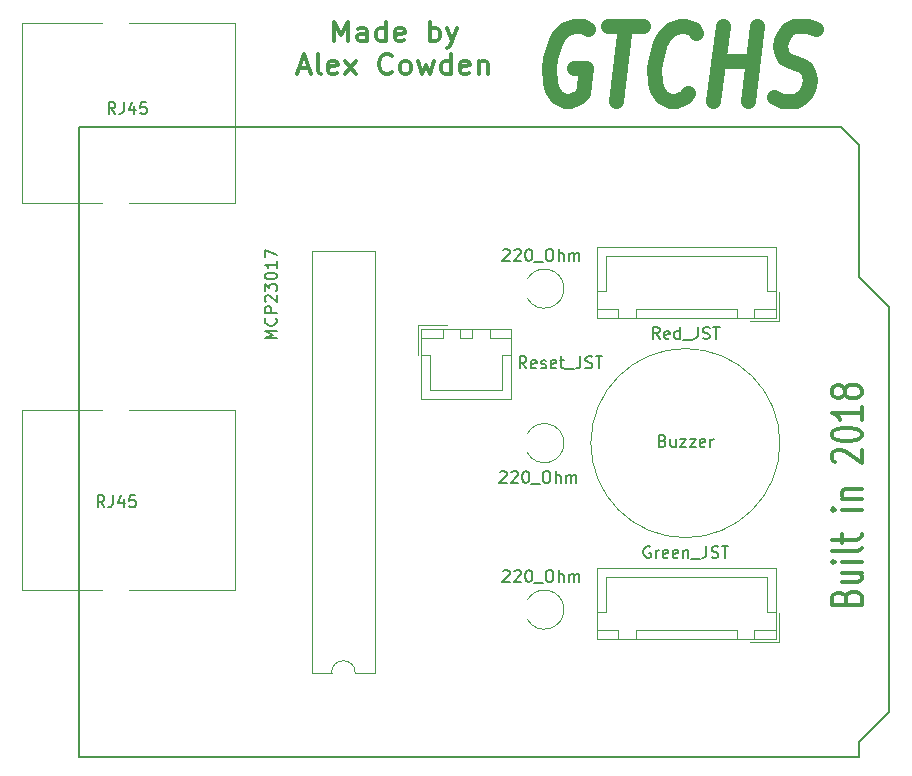
<source format=gto>
G04 #@! TF.FileFunction,Legend,Top*
%FSLAX46Y46*%
G04 Gerber Fmt 4.6, Leading zero omitted, Abs format (unit mm)*
G04 Created by KiCad (PCBNEW 4.0.7) date 09/23/18 17:07:03*
%MOMM*%
%LPD*%
G01*
G04 APERTURE LIST*
%ADD10C,0.100000*%
%ADD11C,0.300000*%
%ADD12C,1.270000*%
%ADD13C,0.150000*%
%ADD14C,0.120000*%
G04 APERTURE END LIST*
D10*
D11*
X97926071Y-101835858D02*
X98047024Y-101563715D01*
X98167976Y-101473000D01*
X98409881Y-101382286D01*
X98772738Y-101382286D01*
X99014643Y-101473000D01*
X99135595Y-101563715D01*
X99256548Y-101745143D01*
X99256548Y-102470858D01*
X96716548Y-102470858D01*
X96716548Y-101835858D01*
X96837500Y-101654429D01*
X96958452Y-101563715D01*
X97200357Y-101473000D01*
X97442262Y-101473000D01*
X97684167Y-101563715D01*
X97805119Y-101654429D01*
X97926071Y-101835858D01*
X97926071Y-102470858D01*
X97563214Y-99749429D02*
X99256548Y-99749429D01*
X97563214Y-100565858D02*
X98893690Y-100565858D01*
X99135595Y-100475143D01*
X99256548Y-100293715D01*
X99256548Y-100021572D01*
X99135595Y-99840143D01*
X99014643Y-99749429D01*
X99256548Y-98842287D02*
X97563214Y-98842287D01*
X96716548Y-98842287D02*
X96837500Y-98933001D01*
X96958452Y-98842287D01*
X96837500Y-98751572D01*
X96716548Y-98842287D01*
X96958452Y-98842287D01*
X99256548Y-97663001D02*
X99135595Y-97844429D01*
X98893690Y-97935144D01*
X96716548Y-97935144D01*
X97563214Y-97209429D02*
X97563214Y-96483715D01*
X96716548Y-96937287D02*
X98893690Y-96937287D01*
X99135595Y-96846572D01*
X99256548Y-96665144D01*
X99256548Y-96483715D01*
X99256548Y-94397287D02*
X97563214Y-94397287D01*
X96716548Y-94397287D02*
X96837500Y-94488001D01*
X96958452Y-94397287D01*
X96837500Y-94306572D01*
X96716548Y-94397287D01*
X96958452Y-94397287D01*
X97563214Y-93490144D02*
X99256548Y-93490144D01*
X97805119Y-93490144D02*
X97684167Y-93399429D01*
X97563214Y-93218001D01*
X97563214Y-92945858D01*
X97684167Y-92764429D01*
X97926071Y-92673715D01*
X99256548Y-92673715D01*
X96958452Y-90405858D02*
X96837500Y-90315144D01*
X96716548Y-90133715D01*
X96716548Y-89680144D01*
X96837500Y-89498715D01*
X96958452Y-89408001D01*
X97200357Y-89317286D01*
X97442262Y-89317286D01*
X97805119Y-89408001D01*
X99256548Y-90496572D01*
X99256548Y-89317286D01*
X96716548Y-88138000D02*
X96716548Y-87956572D01*
X96837500Y-87775143D01*
X96958452Y-87684429D01*
X97200357Y-87593715D01*
X97684167Y-87503000D01*
X98288929Y-87503000D01*
X98772738Y-87593715D01*
X99014643Y-87684429D01*
X99135595Y-87775143D01*
X99256548Y-87956572D01*
X99256548Y-88138000D01*
X99135595Y-88319429D01*
X99014643Y-88410143D01*
X98772738Y-88500858D01*
X98288929Y-88591572D01*
X97684167Y-88591572D01*
X97200357Y-88500858D01*
X96958452Y-88410143D01*
X96837500Y-88319429D01*
X96716548Y-88138000D01*
X99256548Y-85688714D02*
X99256548Y-86777286D01*
X99256548Y-86233000D02*
X96716548Y-86233000D01*
X97079405Y-86414429D01*
X97321310Y-86595857D01*
X97442262Y-86777286D01*
X97805119Y-84600143D02*
X97684167Y-84781571D01*
X97563214Y-84872286D01*
X97321310Y-84963000D01*
X97200357Y-84963000D01*
X96958452Y-84872286D01*
X96837500Y-84781571D01*
X96716548Y-84600143D01*
X96716548Y-84237286D01*
X96837500Y-84055857D01*
X96958452Y-83965143D01*
X97200357Y-83874428D01*
X97321310Y-83874428D01*
X97563214Y-83965143D01*
X97684167Y-84055857D01*
X97805119Y-84237286D01*
X97805119Y-84600143D01*
X97926071Y-84781571D01*
X98047024Y-84872286D01*
X98288929Y-84963000D01*
X98772738Y-84963000D01*
X99014643Y-84872286D01*
X99135595Y-84781571D01*
X99256548Y-84600143D01*
X99256548Y-84237286D01*
X99135595Y-84055857D01*
X99014643Y-83965143D01*
X98772738Y-83874428D01*
X98288929Y-83874428D01*
X98047024Y-83965143D01*
X97926071Y-84055857D01*
X97805119Y-84237286D01*
X54567666Y-54730631D02*
X54567666Y-53079631D01*
X55160333Y-54258917D01*
X55753000Y-53079631D01*
X55753000Y-54730631D01*
X57361666Y-54730631D02*
X57361666Y-53865821D01*
X57277000Y-53708583D01*
X57107666Y-53629964D01*
X56769000Y-53629964D01*
X56599666Y-53708583D01*
X57361666Y-54652012D02*
X57192333Y-54730631D01*
X56769000Y-54730631D01*
X56599666Y-54652012D01*
X56515000Y-54494774D01*
X56515000Y-54337536D01*
X56599666Y-54180298D01*
X56769000Y-54101679D01*
X57192333Y-54101679D01*
X57361666Y-54023060D01*
X58970333Y-54730631D02*
X58970333Y-53079631D01*
X58970333Y-54652012D02*
X58801000Y-54730631D01*
X58462333Y-54730631D01*
X58293000Y-54652012D01*
X58208333Y-54573393D01*
X58123667Y-54416155D01*
X58123667Y-53944440D01*
X58208333Y-53787202D01*
X58293000Y-53708583D01*
X58462333Y-53629964D01*
X58801000Y-53629964D01*
X58970333Y-53708583D01*
X60494334Y-54652012D02*
X60325000Y-54730631D01*
X59986334Y-54730631D01*
X59817000Y-54652012D01*
X59732334Y-54494774D01*
X59732334Y-53865821D01*
X59817000Y-53708583D01*
X59986334Y-53629964D01*
X60325000Y-53629964D01*
X60494334Y-53708583D01*
X60579000Y-53865821D01*
X60579000Y-54023060D01*
X59732334Y-54180298D01*
X62695667Y-54730631D02*
X62695667Y-53079631D01*
X62695667Y-53708583D02*
X62865001Y-53629964D01*
X63203667Y-53629964D01*
X63373001Y-53708583D01*
X63457667Y-53787202D01*
X63542334Y-53944440D01*
X63542334Y-54416155D01*
X63457667Y-54573393D01*
X63373001Y-54652012D01*
X63203667Y-54730631D01*
X62865001Y-54730631D01*
X62695667Y-54652012D01*
X64135001Y-53629964D02*
X64558334Y-54730631D01*
X64981668Y-53629964D02*
X64558334Y-54730631D01*
X64389001Y-55123726D01*
X64304334Y-55202345D01*
X64135001Y-55280964D01*
X51646667Y-57035417D02*
X52493333Y-57035417D01*
X51477333Y-57507131D02*
X52070000Y-55856131D01*
X52662667Y-57507131D01*
X53509333Y-57507131D02*
X53340000Y-57428512D01*
X53255333Y-57271274D01*
X53255333Y-55856131D01*
X54864000Y-57428512D02*
X54694666Y-57507131D01*
X54356000Y-57507131D01*
X54186666Y-57428512D01*
X54102000Y-57271274D01*
X54102000Y-56642321D01*
X54186666Y-56485083D01*
X54356000Y-56406464D01*
X54694666Y-56406464D01*
X54864000Y-56485083D01*
X54948666Y-56642321D01*
X54948666Y-56799560D01*
X54102000Y-56956798D01*
X55541333Y-57507131D02*
X56472666Y-56406464D01*
X55541333Y-56406464D02*
X56472666Y-57507131D01*
X59520666Y-57349893D02*
X59436000Y-57428512D01*
X59182000Y-57507131D01*
X59012666Y-57507131D01*
X58758666Y-57428512D01*
X58589333Y-57271274D01*
X58504666Y-57114036D01*
X58420000Y-56799560D01*
X58420000Y-56563702D01*
X58504666Y-56249226D01*
X58589333Y-56091988D01*
X58758666Y-55934750D01*
X59012666Y-55856131D01*
X59182000Y-55856131D01*
X59436000Y-55934750D01*
X59520666Y-56013369D01*
X60536666Y-57507131D02*
X60367333Y-57428512D01*
X60282666Y-57349893D01*
X60198000Y-57192655D01*
X60198000Y-56720940D01*
X60282666Y-56563702D01*
X60367333Y-56485083D01*
X60536666Y-56406464D01*
X60790666Y-56406464D01*
X60960000Y-56485083D01*
X61044666Y-56563702D01*
X61129333Y-56720940D01*
X61129333Y-57192655D01*
X61044666Y-57349893D01*
X60960000Y-57428512D01*
X60790666Y-57507131D01*
X60536666Y-57507131D01*
X61722000Y-56406464D02*
X62060667Y-57507131D01*
X62399333Y-56720940D01*
X62738000Y-57507131D01*
X63076667Y-56406464D01*
X64516000Y-57507131D02*
X64516000Y-55856131D01*
X64516000Y-57428512D02*
X64346667Y-57507131D01*
X64008000Y-57507131D01*
X63838667Y-57428512D01*
X63754000Y-57349893D01*
X63669334Y-57192655D01*
X63669334Y-56720940D01*
X63754000Y-56563702D01*
X63838667Y-56485083D01*
X64008000Y-56406464D01*
X64346667Y-56406464D01*
X64516000Y-56485083D01*
X66040001Y-57428512D02*
X65870667Y-57507131D01*
X65532001Y-57507131D01*
X65362667Y-57428512D01*
X65278001Y-57271274D01*
X65278001Y-56642321D01*
X65362667Y-56485083D01*
X65532001Y-56406464D01*
X65870667Y-56406464D01*
X66040001Y-56485083D01*
X66124667Y-56642321D01*
X66124667Y-56799560D01*
X65278001Y-56956798D01*
X66886667Y-56406464D02*
X66886667Y-57507131D01*
X66886667Y-56563702D02*
X66971334Y-56485083D01*
X67140667Y-56406464D01*
X67394667Y-56406464D01*
X67564001Y-56485083D01*
X67648667Y-56642321D01*
X67648667Y-57507131D01*
D12*
X76071488Y-53721000D02*
X75625477Y-53418619D01*
X74899762Y-53418619D01*
X74136250Y-53721000D01*
X73576846Y-54325762D01*
X73259346Y-54930524D01*
X72866250Y-56140048D01*
X72752857Y-57047190D01*
X72843572Y-58256714D01*
X73009882Y-58861476D01*
X73418095Y-59466238D01*
X74106012Y-59768619D01*
X74589822Y-59768619D01*
X75353333Y-59466238D01*
X75633036Y-59163857D01*
X75897619Y-57047190D01*
X74930000Y-57047190D01*
X77802620Y-53418619D02*
X80705477Y-53418619D01*
X78460298Y-59768619D02*
X79254048Y-53418619D01*
X84583512Y-59163857D02*
X84303809Y-59466238D01*
X83540298Y-59768619D01*
X83056488Y-59768619D01*
X82368571Y-59466238D01*
X81960358Y-58861476D01*
X81794048Y-58256714D01*
X81703333Y-57047190D01*
X81816726Y-56140048D01*
X82209822Y-54930524D01*
X82527322Y-54325762D01*
X83086726Y-53721000D01*
X83850238Y-53418619D01*
X84334048Y-53418619D01*
X85021964Y-53721000D01*
X85226071Y-54023381D01*
X86685060Y-59768619D02*
X87478810Y-53418619D01*
X87100833Y-56442429D02*
X90003690Y-56442429D01*
X89587917Y-59768619D02*
X90381667Y-53418619D01*
X91802857Y-59466238D02*
X92490774Y-59768619D01*
X93700298Y-59768619D01*
X94221905Y-59466238D01*
X94501607Y-59163857D01*
X94819107Y-58559095D01*
X94894702Y-57954333D01*
X94728393Y-57349571D01*
X94524286Y-57047190D01*
X94078274Y-56744810D01*
X93148452Y-56442429D01*
X92702441Y-56140048D01*
X92498334Y-55837667D01*
X92332024Y-55232905D01*
X92407619Y-54628143D01*
X92725119Y-54023381D01*
X93004822Y-53721000D01*
X93526429Y-53418619D01*
X94735953Y-53418619D01*
X95423869Y-53721000D01*
D13*
X33020000Y-61976000D02*
X33020000Y-115316000D01*
X99060000Y-74676000D02*
X99060000Y-63500000D01*
X101600000Y-77216000D02*
X99060000Y-74676000D01*
X101600000Y-111506000D02*
X101600000Y-77216000D01*
X99060000Y-114046000D02*
X101600000Y-111506000D01*
X99060000Y-115316000D02*
X99060000Y-114046000D01*
X97536000Y-61976000D02*
X99060000Y-63500000D01*
X33020000Y-115316000D02*
X99060000Y-115316000D01*
X33020000Y-61976000D02*
X97536000Y-61976000D01*
D14*
X70935172Y-74892578D02*
G75*
G02X70935490Y-76492000I1454828J-799422D01*
G01*
X70935172Y-102070578D02*
G75*
G02X70935490Y-103670000I1454828J-799422D01*
G01*
X70935172Y-87973578D02*
G75*
G02X70935490Y-89573000I1454828J-799422D01*
G01*
X91958000Y-105320000D02*
X91958000Y-99370000D01*
X91958000Y-99370000D02*
X76858000Y-99370000D01*
X76858000Y-99370000D02*
X76858000Y-105320000D01*
X76858000Y-105320000D02*
X91958000Y-105320000D01*
X88658000Y-105320000D02*
X88658000Y-104570000D01*
X88658000Y-104570000D02*
X80158000Y-104570000D01*
X80158000Y-104570000D02*
X80158000Y-105320000D01*
X80158000Y-105320000D02*
X88658000Y-105320000D01*
X91958000Y-105320000D02*
X91958000Y-104570000D01*
X91958000Y-104570000D02*
X90158000Y-104570000D01*
X90158000Y-104570000D02*
X90158000Y-105320000D01*
X90158000Y-105320000D02*
X91958000Y-105320000D01*
X78658000Y-105320000D02*
X78658000Y-104570000D01*
X78658000Y-104570000D02*
X76858000Y-104570000D01*
X76858000Y-104570000D02*
X76858000Y-105320000D01*
X76858000Y-105320000D02*
X78658000Y-105320000D01*
X91958000Y-103070000D02*
X91208000Y-103070000D01*
X91208000Y-103070000D02*
X91208000Y-100120000D01*
X91208000Y-100120000D02*
X84408000Y-100120000D01*
X76858000Y-103070000D02*
X77608000Y-103070000D01*
X77608000Y-103070000D02*
X77608000Y-100120000D01*
X77608000Y-100120000D02*
X84408000Y-100120000D01*
X89758000Y-105620000D02*
X92258000Y-105620000D01*
X92258000Y-105620000D02*
X92258000Y-103120000D01*
X54372000Y-108200500D02*
G75*
G02X56372000Y-108200500I1000000J0D01*
G01*
X56372000Y-108200500D02*
X58022000Y-108200500D01*
X58022000Y-108200500D02*
X58022000Y-72520500D01*
X58022000Y-72520500D02*
X52722000Y-72520500D01*
X52722000Y-72520500D02*
X52722000Y-108200500D01*
X52722000Y-108200500D02*
X54372000Y-108200500D01*
X91958000Y-78142000D02*
X91958000Y-72192000D01*
X91958000Y-72192000D02*
X76858000Y-72192000D01*
X76858000Y-72192000D02*
X76858000Y-78142000D01*
X76858000Y-78142000D02*
X91958000Y-78142000D01*
X88658000Y-78142000D02*
X88658000Y-77392000D01*
X88658000Y-77392000D02*
X80158000Y-77392000D01*
X80158000Y-77392000D02*
X80158000Y-78142000D01*
X80158000Y-78142000D02*
X88658000Y-78142000D01*
X91958000Y-78142000D02*
X91958000Y-77392000D01*
X91958000Y-77392000D02*
X90158000Y-77392000D01*
X90158000Y-77392000D02*
X90158000Y-78142000D01*
X90158000Y-78142000D02*
X91958000Y-78142000D01*
X78658000Y-78142000D02*
X78658000Y-77392000D01*
X78658000Y-77392000D02*
X76858000Y-77392000D01*
X76858000Y-77392000D02*
X76858000Y-78142000D01*
X76858000Y-78142000D02*
X78658000Y-78142000D01*
X91958000Y-75892000D02*
X91208000Y-75892000D01*
X91208000Y-75892000D02*
X91208000Y-72942000D01*
X91208000Y-72942000D02*
X84408000Y-72942000D01*
X76858000Y-75892000D02*
X77608000Y-75892000D01*
X77608000Y-75892000D02*
X77608000Y-72942000D01*
X77608000Y-72942000D02*
X84408000Y-72942000D01*
X89758000Y-78442000D02*
X92258000Y-78442000D01*
X92258000Y-78442000D02*
X92258000Y-75942000D01*
X61966000Y-79084000D02*
X61966000Y-85034000D01*
X61966000Y-85034000D02*
X69566000Y-85034000D01*
X69566000Y-85034000D02*
X69566000Y-79084000D01*
X69566000Y-79084000D02*
X61966000Y-79084000D01*
X65266000Y-79084000D02*
X65266000Y-79834000D01*
X65266000Y-79834000D02*
X66266000Y-79834000D01*
X66266000Y-79834000D02*
X66266000Y-79084000D01*
X66266000Y-79084000D02*
X65266000Y-79084000D01*
X61966000Y-79084000D02*
X61966000Y-79834000D01*
X61966000Y-79834000D02*
X63766000Y-79834000D01*
X63766000Y-79834000D02*
X63766000Y-79084000D01*
X63766000Y-79084000D02*
X61966000Y-79084000D01*
X67766000Y-79084000D02*
X67766000Y-79834000D01*
X67766000Y-79834000D02*
X69566000Y-79834000D01*
X69566000Y-79834000D02*
X69566000Y-79084000D01*
X69566000Y-79084000D02*
X67766000Y-79084000D01*
X61966000Y-81334000D02*
X62716000Y-81334000D01*
X62716000Y-81334000D02*
X62716000Y-84284000D01*
X62716000Y-84284000D02*
X65766000Y-84284000D01*
X69566000Y-81334000D02*
X68816000Y-81334000D01*
X68816000Y-81334000D02*
X68816000Y-84284000D01*
X68816000Y-84284000D02*
X65766000Y-84284000D01*
X64166000Y-78784000D02*
X61666000Y-78784000D01*
X61666000Y-78784000D02*
X61666000Y-81284000D01*
X92332871Y-88773000D02*
G75*
G03X92332871Y-88773000I-8004871J0D01*
G01*
X28198000Y-53218000D02*
X28198000Y-68458000D01*
X46228000Y-68458000D02*
X37238000Y-68448000D01*
X46228000Y-68458000D02*
X46228000Y-53218000D01*
X46228000Y-53218000D02*
X37228000Y-53218000D01*
X34898000Y-68448000D02*
X28198000Y-68458000D01*
X34908000Y-53218000D02*
X28198000Y-53218000D01*
X28198000Y-85984000D02*
X28198000Y-101224000D01*
X46228000Y-101224000D02*
X37238000Y-101214000D01*
X46228000Y-101224000D02*
X46228000Y-85984000D01*
X46228000Y-85984000D02*
X37228000Y-85984000D01*
X34898000Y-101214000D02*
X28198000Y-101224000D01*
X34908000Y-85984000D02*
X28198000Y-85984000D01*
D13*
X68874095Y-72445619D02*
X68921714Y-72398000D01*
X69016952Y-72350381D01*
X69255048Y-72350381D01*
X69350286Y-72398000D01*
X69397905Y-72445619D01*
X69445524Y-72540857D01*
X69445524Y-72636095D01*
X69397905Y-72778952D01*
X68826476Y-73350381D01*
X69445524Y-73350381D01*
X69826476Y-72445619D02*
X69874095Y-72398000D01*
X69969333Y-72350381D01*
X70207429Y-72350381D01*
X70302667Y-72398000D01*
X70350286Y-72445619D01*
X70397905Y-72540857D01*
X70397905Y-72636095D01*
X70350286Y-72778952D01*
X69778857Y-73350381D01*
X70397905Y-73350381D01*
X71016952Y-72350381D02*
X71112191Y-72350381D01*
X71207429Y-72398000D01*
X71255048Y-72445619D01*
X71302667Y-72540857D01*
X71350286Y-72731333D01*
X71350286Y-72969429D01*
X71302667Y-73159905D01*
X71255048Y-73255143D01*
X71207429Y-73302762D01*
X71112191Y-73350381D01*
X71016952Y-73350381D01*
X70921714Y-73302762D01*
X70874095Y-73255143D01*
X70826476Y-73159905D01*
X70778857Y-72969429D01*
X70778857Y-72731333D01*
X70826476Y-72540857D01*
X70874095Y-72445619D01*
X70921714Y-72398000D01*
X71016952Y-72350381D01*
X71540762Y-73445619D02*
X72302667Y-73445619D01*
X72731238Y-72350381D02*
X72921715Y-72350381D01*
X73016953Y-72398000D01*
X73112191Y-72493238D01*
X73159810Y-72683714D01*
X73159810Y-73017048D01*
X73112191Y-73207524D01*
X73016953Y-73302762D01*
X72921715Y-73350381D01*
X72731238Y-73350381D01*
X72636000Y-73302762D01*
X72540762Y-73207524D01*
X72493143Y-73017048D01*
X72493143Y-72683714D01*
X72540762Y-72493238D01*
X72636000Y-72398000D01*
X72731238Y-72350381D01*
X73588381Y-73350381D02*
X73588381Y-72350381D01*
X74016953Y-73350381D02*
X74016953Y-72826571D01*
X73969334Y-72731333D01*
X73874096Y-72683714D01*
X73731238Y-72683714D01*
X73636000Y-72731333D01*
X73588381Y-72778952D01*
X74493143Y-73350381D02*
X74493143Y-72683714D01*
X74493143Y-72778952D02*
X74540762Y-72731333D01*
X74636000Y-72683714D01*
X74778858Y-72683714D01*
X74874096Y-72731333D01*
X74921715Y-72826571D01*
X74921715Y-73350381D01*
X74921715Y-72826571D02*
X74969334Y-72731333D01*
X75064572Y-72683714D01*
X75207429Y-72683714D01*
X75302667Y-72731333D01*
X75350286Y-72826571D01*
X75350286Y-73350381D01*
X68874095Y-99623619D02*
X68921714Y-99576000D01*
X69016952Y-99528381D01*
X69255048Y-99528381D01*
X69350286Y-99576000D01*
X69397905Y-99623619D01*
X69445524Y-99718857D01*
X69445524Y-99814095D01*
X69397905Y-99956952D01*
X68826476Y-100528381D01*
X69445524Y-100528381D01*
X69826476Y-99623619D02*
X69874095Y-99576000D01*
X69969333Y-99528381D01*
X70207429Y-99528381D01*
X70302667Y-99576000D01*
X70350286Y-99623619D01*
X70397905Y-99718857D01*
X70397905Y-99814095D01*
X70350286Y-99956952D01*
X69778857Y-100528381D01*
X70397905Y-100528381D01*
X71016952Y-99528381D02*
X71112191Y-99528381D01*
X71207429Y-99576000D01*
X71255048Y-99623619D01*
X71302667Y-99718857D01*
X71350286Y-99909333D01*
X71350286Y-100147429D01*
X71302667Y-100337905D01*
X71255048Y-100433143D01*
X71207429Y-100480762D01*
X71112191Y-100528381D01*
X71016952Y-100528381D01*
X70921714Y-100480762D01*
X70874095Y-100433143D01*
X70826476Y-100337905D01*
X70778857Y-100147429D01*
X70778857Y-99909333D01*
X70826476Y-99718857D01*
X70874095Y-99623619D01*
X70921714Y-99576000D01*
X71016952Y-99528381D01*
X71540762Y-100623619D02*
X72302667Y-100623619D01*
X72731238Y-99528381D02*
X72921715Y-99528381D01*
X73016953Y-99576000D01*
X73112191Y-99671238D01*
X73159810Y-99861714D01*
X73159810Y-100195048D01*
X73112191Y-100385524D01*
X73016953Y-100480762D01*
X72921715Y-100528381D01*
X72731238Y-100528381D01*
X72636000Y-100480762D01*
X72540762Y-100385524D01*
X72493143Y-100195048D01*
X72493143Y-99861714D01*
X72540762Y-99671238D01*
X72636000Y-99576000D01*
X72731238Y-99528381D01*
X73588381Y-100528381D02*
X73588381Y-99528381D01*
X74016953Y-100528381D02*
X74016953Y-100004571D01*
X73969334Y-99909333D01*
X73874096Y-99861714D01*
X73731238Y-99861714D01*
X73636000Y-99909333D01*
X73588381Y-99956952D01*
X74493143Y-100528381D02*
X74493143Y-99861714D01*
X74493143Y-99956952D02*
X74540762Y-99909333D01*
X74636000Y-99861714D01*
X74778858Y-99861714D01*
X74874096Y-99909333D01*
X74921715Y-100004571D01*
X74921715Y-100528381D01*
X74921715Y-100004571D02*
X74969334Y-99909333D01*
X75064572Y-99861714D01*
X75207429Y-99861714D01*
X75302667Y-99909333D01*
X75350286Y-100004571D01*
X75350286Y-100528381D01*
X68620095Y-91241619D02*
X68667714Y-91194000D01*
X68762952Y-91146381D01*
X69001048Y-91146381D01*
X69096286Y-91194000D01*
X69143905Y-91241619D01*
X69191524Y-91336857D01*
X69191524Y-91432095D01*
X69143905Y-91574952D01*
X68572476Y-92146381D01*
X69191524Y-92146381D01*
X69572476Y-91241619D02*
X69620095Y-91194000D01*
X69715333Y-91146381D01*
X69953429Y-91146381D01*
X70048667Y-91194000D01*
X70096286Y-91241619D01*
X70143905Y-91336857D01*
X70143905Y-91432095D01*
X70096286Y-91574952D01*
X69524857Y-92146381D01*
X70143905Y-92146381D01*
X70762952Y-91146381D02*
X70858191Y-91146381D01*
X70953429Y-91194000D01*
X71001048Y-91241619D01*
X71048667Y-91336857D01*
X71096286Y-91527333D01*
X71096286Y-91765429D01*
X71048667Y-91955905D01*
X71001048Y-92051143D01*
X70953429Y-92098762D01*
X70858191Y-92146381D01*
X70762952Y-92146381D01*
X70667714Y-92098762D01*
X70620095Y-92051143D01*
X70572476Y-91955905D01*
X70524857Y-91765429D01*
X70524857Y-91527333D01*
X70572476Y-91336857D01*
X70620095Y-91241619D01*
X70667714Y-91194000D01*
X70762952Y-91146381D01*
X71286762Y-92241619D02*
X72048667Y-92241619D01*
X72477238Y-91146381D02*
X72667715Y-91146381D01*
X72762953Y-91194000D01*
X72858191Y-91289238D01*
X72905810Y-91479714D01*
X72905810Y-91813048D01*
X72858191Y-92003524D01*
X72762953Y-92098762D01*
X72667715Y-92146381D01*
X72477238Y-92146381D01*
X72382000Y-92098762D01*
X72286762Y-92003524D01*
X72239143Y-91813048D01*
X72239143Y-91479714D01*
X72286762Y-91289238D01*
X72382000Y-91194000D01*
X72477238Y-91146381D01*
X73334381Y-92146381D02*
X73334381Y-91146381D01*
X73762953Y-92146381D02*
X73762953Y-91622571D01*
X73715334Y-91527333D01*
X73620096Y-91479714D01*
X73477238Y-91479714D01*
X73382000Y-91527333D01*
X73334381Y-91574952D01*
X74239143Y-92146381D02*
X74239143Y-91479714D01*
X74239143Y-91574952D02*
X74286762Y-91527333D01*
X74382000Y-91479714D01*
X74524858Y-91479714D01*
X74620096Y-91527333D01*
X74667715Y-91622571D01*
X74667715Y-92146381D01*
X74667715Y-91622571D02*
X74715334Y-91527333D01*
X74810572Y-91479714D01*
X74953429Y-91479714D01*
X75048667Y-91527333D01*
X75096286Y-91622571D01*
X75096286Y-92146381D01*
X81351809Y-97544000D02*
X81256571Y-97496381D01*
X81113714Y-97496381D01*
X80970856Y-97544000D01*
X80875618Y-97639238D01*
X80827999Y-97734476D01*
X80780380Y-97924952D01*
X80780380Y-98067810D01*
X80827999Y-98258286D01*
X80875618Y-98353524D01*
X80970856Y-98448762D01*
X81113714Y-98496381D01*
X81208952Y-98496381D01*
X81351809Y-98448762D01*
X81399428Y-98401143D01*
X81399428Y-98067810D01*
X81208952Y-98067810D01*
X81827999Y-98496381D02*
X81827999Y-97829714D01*
X81827999Y-98020190D02*
X81875618Y-97924952D01*
X81923237Y-97877333D01*
X82018475Y-97829714D01*
X82113714Y-97829714D01*
X82828000Y-98448762D02*
X82732762Y-98496381D01*
X82542285Y-98496381D01*
X82447047Y-98448762D01*
X82399428Y-98353524D01*
X82399428Y-97972571D01*
X82447047Y-97877333D01*
X82542285Y-97829714D01*
X82732762Y-97829714D01*
X82828000Y-97877333D01*
X82875619Y-97972571D01*
X82875619Y-98067810D01*
X82399428Y-98163048D01*
X83685143Y-98448762D02*
X83589905Y-98496381D01*
X83399428Y-98496381D01*
X83304190Y-98448762D01*
X83256571Y-98353524D01*
X83256571Y-97972571D01*
X83304190Y-97877333D01*
X83399428Y-97829714D01*
X83589905Y-97829714D01*
X83685143Y-97877333D01*
X83732762Y-97972571D01*
X83732762Y-98067810D01*
X83256571Y-98163048D01*
X84161333Y-97829714D02*
X84161333Y-98496381D01*
X84161333Y-97924952D02*
X84208952Y-97877333D01*
X84304190Y-97829714D01*
X84447048Y-97829714D01*
X84542286Y-97877333D01*
X84589905Y-97972571D01*
X84589905Y-98496381D01*
X84828000Y-98591619D02*
X85589905Y-98591619D01*
X86113715Y-97496381D02*
X86113715Y-98210667D01*
X86066095Y-98353524D01*
X85970857Y-98448762D01*
X85828000Y-98496381D01*
X85732762Y-98496381D01*
X86542286Y-98448762D02*
X86685143Y-98496381D01*
X86923239Y-98496381D01*
X87018477Y-98448762D01*
X87066096Y-98401143D01*
X87113715Y-98305905D01*
X87113715Y-98210667D01*
X87066096Y-98115429D01*
X87018477Y-98067810D01*
X86923239Y-98020190D01*
X86732762Y-97972571D01*
X86637524Y-97924952D01*
X86589905Y-97877333D01*
X86542286Y-97782095D01*
X86542286Y-97686857D01*
X86589905Y-97591619D01*
X86637524Y-97544000D01*
X86732762Y-97496381D01*
X86970858Y-97496381D01*
X87113715Y-97544000D01*
X87399429Y-97496381D02*
X87970858Y-97496381D01*
X87685143Y-98496381D02*
X87685143Y-97496381D01*
X49728381Y-79914286D02*
X48728381Y-79914286D01*
X49442667Y-79580952D01*
X48728381Y-79247619D01*
X49728381Y-79247619D01*
X49633143Y-78200000D02*
X49680762Y-78247619D01*
X49728381Y-78390476D01*
X49728381Y-78485714D01*
X49680762Y-78628572D01*
X49585524Y-78723810D01*
X49490286Y-78771429D01*
X49299810Y-78819048D01*
X49156952Y-78819048D01*
X48966476Y-78771429D01*
X48871238Y-78723810D01*
X48776000Y-78628572D01*
X48728381Y-78485714D01*
X48728381Y-78390476D01*
X48776000Y-78247619D01*
X48823619Y-78200000D01*
X49728381Y-77771429D02*
X48728381Y-77771429D01*
X48728381Y-77390476D01*
X48776000Y-77295238D01*
X48823619Y-77247619D01*
X48918857Y-77200000D01*
X49061714Y-77200000D01*
X49156952Y-77247619D01*
X49204571Y-77295238D01*
X49252190Y-77390476D01*
X49252190Y-77771429D01*
X48823619Y-76819048D02*
X48776000Y-76771429D01*
X48728381Y-76676191D01*
X48728381Y-76438095D01*
X48776000Y-76342857D01*
X48823619Y-76295238D01*
X48918857Y-76247619D01*
X49014095Y-76247619D01*
X49156952Y-76295238D01*
X49728381Y-76866667D01*
X49728381Y-76247619D01*
X48728381Y-75914286D02*
X48728381Y-75295238D01*
X49109333Y-75628572D01*
X49109333Y-75485714D01*
X49156952Y-75390476D01*
X49204571Y-75342857D01*
X49299810Y-75295238D01*
X49537905Y-75295238D01*
X49633143Y-75342857D01*
X49680762Y-75390476D01*
X49728381Y-75485714D01*
X49728381Y-75771429D01*
X49680762Y-75866667D01*
X49633143Y-75914286D01*
X48728381Y-74676191D02*
X48728381Y-74580952D01*
X48776000Y-74485714D01*
X48823619Y-74438095D01*
X48918857Y-74390476D01*
X49109333Y-74342857D01*
X49347429Y-74342857D01*
X49537905Y-74390476D01*
X49633143Y-74438095D01*
X49680762Y-74485714D01*
X49728381Y-74580952D01*
X49728381Y-74676191D01*
X49680762Y-74771429D01*
X49633143Y-74819048D01*
X49537905Y-74866667D01*
X49347429Y-74914286D01*
X49109333Y-74914286D01*
X48918857Y-74866667D01*
X48823619Y-74819048D01*
X48776000Y-74771429D01*
X48728381Y-74676191D01*
X49728381Y-73390476D02*
X49728381Y-73961905D01*
X49728381Y-73676191D02*
X48728381Y-73676191D01*
X48871238Y-73771429D01*
X48966476Y-73866667D01*
X49014095Y-73961905D01*
X48728381Y-73057143D02*
X48728381Y-72390476D01*
X49728381Y-72819048D01*
X82137524Y-79954381D02*
X81804190Y-79478190D01*
X81566095Y-79954381D02*
X81566095Y-78954381D01*
X81947048Y-78954381D01*
X82042286Y-79002000D01*
X82089905Y-79049619D01*
X82137524Y-79144857D01*
X82137524Y-79287714D01*
X82089905Y-79382952D01*
X82042286Y-79430571D01*
X81947048Y-79478190D01*
X81566095Y-79478190D01*
X82947048Y-79906762D02*
X82851810Y-79954381D01*
X82661333Y-79954381D01*
X82566095Y-79906762D01*
X82518476Y-79811524D01*
X82518476Y-79430571D01*
X82566095Y-79335333D01*
X82661333Y-79287714D01*
X82851810Y-79287714D01*
X82947048Y-79335333D01*
X82994667Y-79430571D01*
X82994667Y-79525810D01*
X82518476Y-79621048D01*
X83851810Y-79954381D02*
X83851810Y-78954381D01*
X83851810Y-79906762D02*
X83756572Y-79954381D01*
X83566095Y-79954381D01*
X83470857Y-79906762D01*
X83423238Y-79859143D01*
X83375619Y-79763905D01*
X83375619Y-79478190D01*
X83423238Y-79382952D01*
X83470857Y-79335333D01*
X83566095Y-79287714D01*
X83756572Y-79287714D01*
X83851810Y-79335333D01*
X84089905Y-80049619D02*
X84851810Y-80049619D01*
X85375620Y-78954381D02*
X85375620Y-79668667D01*
X85328000Y-79811524D01*
X85232762Y-79906762D01*
X85089905Y-79954381D01*
X84994667Y-79954381D01*
X85804191Y-79906762D02*
X85947048Y-79954381D01*
X86185144Y-79954381D01*
X86280382Y-79906762D01*
X86328001Y-79859143D01*
X86375620Y-79763905D01*
X86375620Y-79668667D01*
X86328001Y-79573429D01*
X86280382Y-79525810D01*
X86185144Y-79478190D01*
X85994667Y-79430571D01*
X85899429Y-79382952D01*
X85851810Y-79335333D01*
X85804191Y-79240095D01*
X85804191Y-79144857D01*
X85851810Y-79049619D01*
X85899429Y-79002000D01*
X85994667Y-78954381D01*
X86232763Y-78954381D01*
X86375620Y-79002000D01*
X86661334Y-78954381D02*
X87232763Y-78954381D01*
X86947048Y-79954381D02*
X86947048Y-78954381D01*
X70866357Y-82430881D02*
X70533023Y-81954690D01*
X70294928Y-82430881D02*
X70294928Y-81430881D01*
X70675881Y-81430881D01*
X70771119Y-81478500D01*
X70818738Y-81526119D01*
X70866357Y-81621357D01*
X70866357Y-81764214D01*
X70818738Y-81859452D01*
X70771119Y-81907071D01*
X70675881Y-81954690D01*
X70294928Y-81954690D01*
X71675881Y-82383262D02*
X71580643Y-82430881D01*
X71390166Y-82430881D01*
X71294928Y-82383262D01*
X71247309Y-82288024D01*
X71247309Y-81907071D01*
X71294928Y-81811833D01*
X71390166Y-81764214D01*
X71580643Y-81764214D01*
X71675881Y-81811833D01*
X71723500Y-81907071D01*
X71723500Y-82002310D01*
X71247309Y-82097548D01*
X72104452Y-82383262D02*
X72199690Y-82430881D01*
X72390166Y-82430881D01*
X72485405Y-82383262D01*
X72533024Y-82288024D01*
X72533024Y-82240405D01*
X72485405Y-82145167D01*
X72390166Y-82097548D01*
X72247309Y-82097548D01*
X72152071Y-82049929D01*
X72104452Y-81954690D01*
X72104452Y-81907071D01*
X72152071Y-81811833D01*
X72247309Y-81764214D01*
X72390166Y-81764214D01*
X72485405Y-81811833D01*
X73342548Y-82383262D02*
X73247310Y-82430881D01*
X73056833Y-82430881D01*
X72961595Y-82383262D01*
X72913976Y-82288024D01*
X72913976Y-81907071D01*
X72961595Y-81811833D01*
X73056833Y-81764214D01*
X73247310Y-81764214D01*
X73342548Y-81811833D01*
X73390167Y-81907071D01*
X73390167Y-82002310D01*
X72913976Y-82097548D01*
X73675881Y-81764214D02*
X74056833Y-81764214D01*
X73818738Y-81430881D02*
X73818738Y-82288024D01*
X73866357Y-82383262D01*
X73961595Y-82430881D01*
X74056833Y-82430881D01*
X74152072Y-82526119D02*
X74913977Y-82526119D01*
X75437787Y-81430881D02*
X75437787Y-82145167D01*
X75390167Y-82288024D01*
X75294929Y-82383262D01*
X75152072Y-82430881D01*
X75056834Y-82430881D01*
X75866358Y-82383262D02*
X76009215Y-82430881D01*
X76247311Y-82430881D01*
X76342549Y-82383262D01*
X76390168Y-82335643D01*
X76437787Y-82240405D01*
X76437787Y-82145167D01*
X76390168Y-82049929D01*
X76342549Y-82002310D01*
X76247311Y-81954690D01*
X76056834Y-81907071D01*
X75961596Y-81859452D01*
X75913977Y-81811833D01*
X75866358Y-81716595D01*
X75866358Y-81621357D01*
X75913977Y-81526119D01*
X75961596Y-81478500D01*
X76056834Y-81430881D01*
X76294930Y-81430881D01*
X76437787Y-81478500D01*
X76723501Y-81430881D02*
X77294930Y-81430881D01*
X77009215Y-82430881D02*
X77009215Y-81430881D01*
X82399429Y-88574571D02*
X82542286Y-88622190D01*
X82589905Y-88669810D01*
X82637524Y-88765048D01*
X82637524Y-88907905D01*
X82589905Y-89003143D01*
X82542286Y-89050762D01*
X82447048Y-89098381D01*
X82066095Y-89098381D01*
X82066095Y-88098381D01*
X82399429Y-88098381D01*
X82494667Y-88146000D01*
X82542286Y-88193619D01*
X82589905Y-88288857D01*
X82589905Y-88384095D01*
X82542286Y-88479333D01*
X82494667Y-88526952D01*
X82399429Y-88574571D01*
X82066095Y-88574571D01*
X83494667Y-88431714D02*
X83494667Y-89098381D01*
X83066095Y-88431714D02*
X83066095Y-88955524D01*
X83113714Y-89050762D01*
X83208952Y-89098381D01*
X83351810Y-89098381D01*
X83447048Y-89050762D01*
X83494667Y-89003143D01*
X83875619Y-88431714D02*
X84399429Y-88431714D01*
X83875619Y-89098381D01*
X84399429Y-89098381D01*
X84685143Y-88431714D02*
X85208953Y-88431714D01*
X84685143Y-89098381D01*
X85208953Y-89098381D01*
X85970858Y-89050762D02*
X85875620Y-89098381D01*
X85685143Y-89098381D01*
X85589905Y-89050762D01*
X85542286Y-88955524D01*
X85542286Y-88574571D01*
X85589905Y-88479333D01*
X85685143Y-88431714D01*
X85875620Y-88431714D01*
X85970858Y-88479333D01*
X86018477Y-88574571D01*
X86018477Y-88669810D01*
X85542286Y-88765048D01*
X86447048Y-89098381D02*
X86447048Y-88431714D01*
X86447048Y-88622190D02*
X86494667Y-88526952D01*
X86542286Y-88479333D01*
X86637524Y-88431714D01*
X86732763Y-88431714D01*
X36060191Y-60904381D02*
X35726857Y-60428190D01*
X35488762Y-60904381D02*
X35488762Y-59904381D01*
X35869715Y-59904381D01*
X35964953Y-59952000D01*
X36012572Y-59999619D01*
X36060191Y-60094857D01*
X36060191Y-60237714D01*
X36012572Y-60332952D01*
X35964953Y-60380571D01*
X35869715Y-60428190D01*
X35488762Y-60428190D01*
X36774477Y-59904381D02*
X36774477Y-60618667D01*
X36726857Y-60761524D01*
X36631619Y-60856762D01*
X36488762Y-60904381D01*
X36393524Y-60904381D01*
X37679239Y-60237714D02*
X37679239Y-60904381D01*
X37441143Y-59856762D02*
X37203048Y-60571048D01*
X37822096Y-60571048D01*
X38679239Y-59904381D02*
X38203048Y-59904381D01*
X38155429Y-60380571D01*
X38203048Y-60332952D01*
X38298286Y-60285333D01*
X38536382Y-60285333D01*
X38631620Y-60332952D01*
X38679239Y-60380571D01*
X38726858Y-60475810D01*
X38726858Y-60713905D01*
X38679239Y-60809143D01*
X38631620Y-60856762D01*
X38536382Y-60904381D01*
X38298286Y-60904381D01*
X38203048Y-60856762D01*
X38155429Y-60809143D01*
X35144191Y-94196381D02*
X34810857Y-93720190D01*
X34572762Y-94196381D02*
X34572762Y-93196381D01*
X34953715Y-93196381D01*
X35048953Y-93244000D01*
X35096572Y-93291619D01*
X35144191Y-93386857D01*
X35144191Y-93529714D01*
X35096572Y-93624952D01*
X35048953Y-93672571D01*
X34953715Y-93720190D01*
X34572762Y-93720190D01*
X35858477Y-93196381D02*
X35858477Y-93910667D01*
X35810857Y-94053524D01*
X35715619Y-94148762D01*
X35572762Y-94196381D01*
X35477524Y-94196381D01*
X36763239Y-93529714D02*
X36763239Y-94196381D01*
X36525143Y-93148762D02*
X36287048Y-93863048D01*
X36906096Y-93863048D01*
X37763239Y-93196381D02*
X37287048Y-93196381D01*
X37239429Y-93672571D01*
X37287048Y-93624952D01*
X37382286Y-93577333D01*
X37620382Y-93577333D01*
X37715620Y-93624952D01*
X37763239Y-93672571D01*
X37810858Y-93767810D01*
X37810858Y-94005905D01*
X37763239Y-94101143D01*
X37715620Y-94148762D01*
X37620382Y-94196381D01*
X37382286Y-94196381D01*
X37287048Y-94148762D01*
X37239429Y-94101143D01*
M02*

</source>
